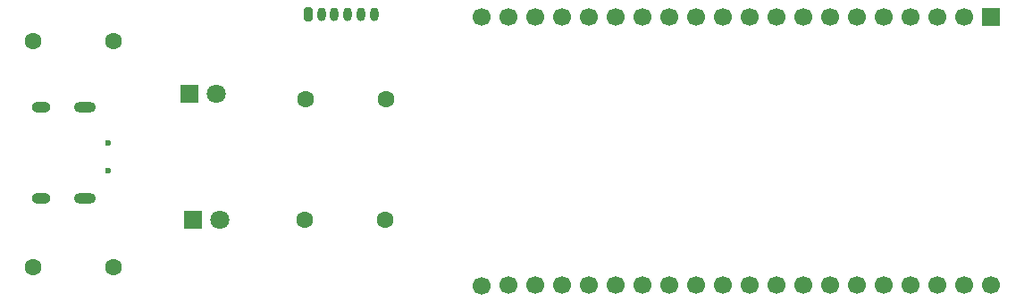
<source format=gbr>
%TF.GenerationSoftware,KiCad,Pcbnew,9.0.6-9.0.6~ubuntu24.04.1*%
%TF.CreationDate,2026-01-01T19:23:54+01:00*%
%TF.ProjectId,security-system,73656375-7269-4747-992d-73797374656d,0*%
%TF.SameCoordinates,Original*%
%TF.FileFunction,Copper,L3,Inr*%
%TF.FilePolarity,Positive*%
%FSLAX46Y46*%
G04 Gerber Fmt 4.6, Leading zero omitted, Abs format (unit mm)*
G04 Created by KiCad (PCBNEW 9.0.6-9.0.6~ubuntu24.04.1) date 2026-01-01 19:23:54*
%MOMM*%
%LPD*%
G01*
G04 APERTURE LIST*
G04 Aperture macros list*
%AMRoundRect*
0 Rectangle with rounded corners*
0 $1 Rounding radius*
0 $2 $3 $4 $5 $6 $7 $8 $9 X,Y pos of 4 corners*
0 Add a 4 corners polygon primitive as box body*
4,1,4,$2,$3,$4,$5,$6,$7,$8,$9,$2,$3,0*
0 Add four circle primitives for the rounded corners*
1,1,$1+$1,$2,$3*
1,1,$1+$1,$4,$5*
1,1,$1+$1,$6,$7*
1,1,$1+$1,$8,$9*
0 Add four rect primitives between the rounded corners*
20,1,$1+$1,$2,$3,$4,$5,0*
20,1,$1+$1,$4,$5,$6,$7,0*
20,1,$1+$1,$6,$7,$8,$9,0*
20,1,$1+$1,$8,$9,$2,$3,0*%
G04 Aperture macros list end*
%TA.AperFunction,ComponentPad*%
%ADD10R,1.800000X1.800000*%
%TD*%
%TA.AperFunction,ComponentPad*%
%ADD11C,1.800000*%
%TD*%
%TA.AperFunction,ComponentPad*%
%ADD12C,1.600000*%
%TD*%
%TA.AperFunction,ComponentPad*%
%ADD13RoundRect,0.200000X-0.200000X-0.450000X0.200000X-0.450000X0.200000X0.450000X-0.200000X0.450000X0*%
%TD*%
%TA.AperFunction,ComponentPad*%
%ADD14O,0.800000X1.300000*%
%TD*%
%TA.AperFunction,HeatsinkPad*%
%ADD15O,2.100000X1.000000*%
%TD*%
%TA.AperFunction,HeatsinkPad*%
%ADD16O,1.800000X1.000000*%
%TD*%
%TA.AperFunction,ComponentPad*%
%ADD17R,1.700000X1.700000*%
%TD*%
%TA.AperFunction,ComponentPad*%
%ADD18C,1.700000*%
%TD*%
%TA.AperFunction,ViaPad*%
%ADD19C,0.600000*%
%TD*%
G04 APERTURE END LIST*
D10*
%TO.N,GND*%
%TO.C,D2*%
X142275000Y-92950000D03*
D11*
%TO.N,Net-(D2-A)*%
X144815000Y-92950000D03*
%TD*%
D12*
%TO.N,+5V*%
%TO.C,R1*%
X152960000Y-81550000D03*
%TO.N,Net-(D1-A)*%
X160580000Y-81550000D03*
%TD*%
D10*
%TO.N,GND*%
%TO.C,D1*%
X141955000Y-81090000D03*
D11*
%TO.N,Net-(D1-A)*%
X144495000Y-81090000D03*
%TD*%
D13*
%TO.N,unconnected-(J1-Pin_1-Pad1)*%
%TO.C,J1*%
X153220000Y-73520000D03*
D14*
%TO.N,GND*%
X154470000Y-73520000D03*
X155720000Y-73520000D03*
%TO.N,/SCL*%
X156970000Y-73520000D03*
%TO.N,/SDA*%
X158220000Y-73520000D03*
%TO.N,+5V*%
X159470000Y-73520000D03*
%TD*%
D15*
%TO.N,GND*%
%TO.C,J2*%
X132060000Y-82300000D03*
D16*
X127880000Y-82300000D03*
D15*
X132060000Y-90940000D03*
D16*
X127880000Y-90940000D03*
%TD*%
D12*
%TO.N,Net-(J2-CC2)*%
%TO.C,R4*%
X134750000Y-97470000D03*
%TO.N,GND*%
X127130000Y-97470000D03*
%TD*%
D17*
%TO.N,+3.3V*%
%TO.C,U1*%
X217882000Y-73800000D03*
D18*
%TO.N,unconnected-(U1-GPIO43-Pad2)*%
X217882000Y-99200000D03*
%TO.N,unconnected-(U1-RST-Pad3)*%
X215342000Y-73800000D03*
%TO.N,unconnected-(U1-GPIO44-Pad4)*%
X215342000Y-99200000D03*
%TO.N,/LED_STATUS*%
X212802000Y-73800000D03*
%TO.N,unconnected-(U1-GPIO1-Pad6)*%
X212802000Y-99200000D03*
%TO.N,unconnected-(U1-GPIO5-Pad7)*%
X210262000Y-73800000D03*
%TO.N,unconnected-(U1-GPIO2-Pad8)*%
X210262000Y-99200000D03*
%TO.N,unconnected-(U1-GPIO6-Pad9)*%
X207722000Y-73800000D03*
%TO.N,unconnected-(U1-GPIO42-Pad10)*%
X207722000Y-99200000D03*
%TO.N,unconnected-(U1-GPIO7-Pad11)*%
X205182000Y-73800000D03*
%TO.N,unconnected-(U1-GPIO41-Pad12)*%
X205182000Y-99200000D03*
%TO.N,unconnected-(U1-GPIO15-Pad13)*%
X202642000Y-73800000D03*
%TO.N,unconnected-(U1-GPIO40-Pad14)*%
X202642000Y-99200000D03*
%TO.N,unconnected-(U1-GPIO16-Pad15)*%
X200102000Y-73800000D03*
%TO.N,unconnected-(U1-GPIO39-Pad16)*%
X200102000Y-99200000D03*
%TO.N,unconnected-(U1-GPIO17-Pad17)*%
X197562000Y-73800000D03*
%TO.N,unconnected-(U1-GPIO38-Pad18)*%
X197562000Y-99200000D03*
%TO.N,unconnected-(U1-GPIO18-Pad19)*%
X195022000Y-73800000D03*
%TO.N,unconnected-(U1-GPIO37-Pad20)*%
X195022000Y-99200000D03*
%TO.N,/SDA*%
X192482000Y-73800000D03*
%TO.N,unconnected-(U1-GPIO36-Pad22)*%
X192482000Y-99200000D03*
%TO.N,unconnected-(U1-GPIO3-Pad23)*%
X189942000Y-73800000D03*
%TO.N,unconnected-(U1-GPIO35-Pad24)*%
X189942000Y-99200000D03*
%TO.N,unconnected-(U1-GPIO46-Pad25)*%
X187402000Y-73800000D03*
%TO.N,unconnected-(U1-GPIO0-Pad26)*%
X187402000Y-99200000D03*
%TO.N,/SCL*%
X184862000Y-73800000D03*
%TO.N,unconnected-(U1-GPIO45-Pad28)*%
X184862000Y-99200000D03*
%TO.N,unconnected-(U1-GPIO10-Pad29)*%
X182322000Y-73800000D03*
%TO.N,unconnected-(U1-GPIO48-Pad30)*%
X182322000Y-99200000D03*
%TO.N,unconnected-(U1-GPIO11-Pad31)*%
X179782000Y-73800000D03*
%TO.N,unconnected-(U1-GPIO47-Pad32)*%
X179782000Y-99200000D03*
%TO.N,unconnected-(U1-GPIO12-Pad33)*%
X177242000Y-73800000D03*
%TO.N,unconnected-(U1-GPIO21-Pad34)*%
X177242000Y-99200000D03*
%TO.N,unconnected-(U1-GPIO13-Pad35)*%
X174702000Y-73800000D03*
%TO.N,unconnected-(U1-GPIO20-Pad36)*%
X174702000Y-99200000D03*
%TO.N,unconnected-(U1-GPIO14-Pad37)*%
X172162000Y-73800000D03*
%TO.N,unconnected-(U1-GPIO19-Pad38)*%
X172162000Y-99200000D03*
%TO.N,+5V*%
X169622000Y-73810000D03*
%TO.N,GND*%
X169622000Y-99250000D03*
%TD*%
D12*
%TO.N,/LED_STATUS*%
%TO.C,R2*%
X152930000Y-92990000D03*
%TO.N,Net-(D2-A)*%
X160550000Y-92990000D03*
%TD*%
%TO.N,Net-(J2-CC1)*%
%TO.C,R3*%
X134750000Y-76060000D03*
%TO.N,GND*%
X127130000Y-76060000D03*
%TD*%
D19*
%TO.N,+5V*%
X134290000Y-85750000D03*
X134270000Y-88370000D03*
%TD*%
M02*

</source>
